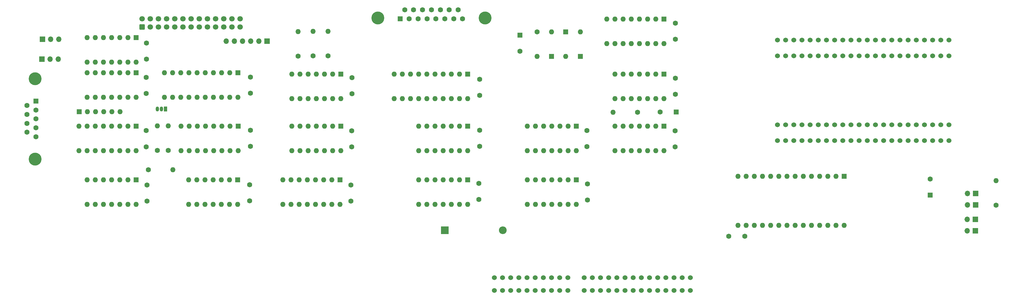
<source format=gbr>
%TF.GenerationSoftware,KiCad,Pcbnew,(6.0.11)*%
%TF.CreationDate,2023-09-06T20:25:10+01:00*%
%TF.ProjectId,001-Acorn_Electron_Plus1_V1_1_with_Joystick,3030312d-4163-46f7-926e-5f456c656374,rev?*%
%TF.SameCoordinates,Original*%
%TF.FileFunction,Soldermask,Top*%
%TF.FilePolarity,Negative*%
%FSLAX46Y46*%
G04 Gerber Fmt 4.6, Leading zero omitted, Abs format (unit mm)*
G04 Created by KiCad (PCBNEW (6.0.11)) date 2023-09-06 20:25:10*
%MOMM*%
%LPD*%
G01*
G04 APERTURE LIST*
G04 Aperture macros list*
%AMRoundRect*
0 Rectangle with rounded corners*
0 $1 Rounding radius*
0 $2 $3 $4 $5 $6 $7 $8 $9 X,Y pos of 4 corners*
0 Add a 4 corners polygon primitive as box body*
4,1,4,$2,$3,$4,$5,$6,$7,$8,$9,$2,$3,0*
0 Add four circle primitives for the rounded corners*
1,1,$1+$1,$2,$3*
1,1,$1+$1,$4,$5*
1,1,$1+$1,$6,$7*
1,1,$1+$1,$8,$9*
0 Add four rect primitives between the rounded corners*
20,1,$1+$1,$2,$3,$4,$5,0*
20,1,$1+$1,$4,$5,$6,$7,0*
20,1,$1+$1,$6,$7,$8,$9,0*
20,1,$1+$1,$8,$9,$2,$3,0*%
G04 Aperture macros list end*
%ADD10C,1.600000*%
%ADD11O,1.600000X1.600000*%
%ADD12R,1.600000X1.600000*%
%ADD13C,1.524000*%
%ADD14R,1.700000X1.700000*%
%ADD15O,1.700000X1.700000*%
%ADD16C,4.000000*%
%ADD17R,1.050000X1.500000*%
%ADD18O,1.050000X1.500000*%
%ADD19RoundRect,0.250000X0.600000X-0.600000X0.600000X0.600000X-0.600000X0.600000X-0.600000X-0.600000X0*%
%ADD20C,1.700000*%
%ADD21R,2.400000X2.400000*%
%ADD22O,2.400000X2.400000*%
G04 APERTURE END LIST*
D10*
%TO.C,R3*%
X147028150Y-127712658D03*
D11*
X147028150Y-120092658D03*
%TD*%
D12*
%TO.C,IC9*%
X228849000Y-149500000D03*
D11*
X226309000Y-149500000D03*
X223769000Y-149500000D03*
X221229000Y-149500000D03*
X218689000Y-149500000D03*
X216149000Y-149500000D03*
X213609000Y-149500000D03*
X213609000Y-157120000D03*
X216149000Y-157120000D03*
X218689000Y-157120000D03*
X221229000Y-157120000D03*
X223769000Y-157120000D03*
X226309000Y-157120000D03*
X228849000Y-157120000D03*
%TD*%
D10*
%TO.C,C7*%
X198524324Y-172322327D03*
X198524324Y-167322327D03*
%TD*%
D12*
%TO.C,C4*%
X338943863Y-170930276D03*
D10*
X338943863Y-165930276D03*
%TD*%
D13*
%TO.C,SK2*%
X344784000Y-149138000D03*
X342244000Y-149138000D03*
X339704000Y-149138000D03*
X337164000Y-149138000D03*
X334624000Y-149138000D03*
X332084000Y-149138000D03*
X329544000Y-149138000D03*
X327004000Y-149138000D03*
X324464000Y-149138000D03*
X321924000Y-149138000D03*
X319384000Y-149138000D03*
X316844000Y-149138000D03*
X314304000Y-149138000D03*
X311764000Y-149138000D03*
X309224000Y-149138000D03*
X306684000Y-149138000D03*
X304144000Y-149138000D03*
X301604000Y-149138000D03*
X299064000Y-149138000D03*
X296524000Y-149138000D03*
X293984000Y-149138000D03*
X291444000Y-149138000D03*
X344784000Y-153989400D03*
X342244000Y-153989400D03*
X339704000Y-153989400D03*
X337164000Y-153989400D03*
X334624000Y-153989400D03*
X332084000Y-153989400D03*
X329544000Y-153989400D03*
X327004000Y-153989400D03*
X324464000Y-153989400D03*
X321924000Y-153989400D03*
X319384000Y-153989400D03*
X316844000Y-153989400D03*
X314304000Y-153989400D03*
X311764000Y-153989400D03*
X309224000Y-153989400D03*
X306684000Y-153989400D03*
X304144000Y-153989400D03*
X301604000Y-153989400D03*
X299064000Y-153989400D03*
X296524000Y-153989400D03*
X293984000Y-153989400D03*
X291444000Y-153989400D03*
%TD*%
D14*
%TO.C,LK3*%
X353060000Y-170416594D03*
D15*
X350520000Y-170416594D03*
%TD*%
D14*
%TO.C,LK5*%
X62671871Y-128681409D03*
D15*
X65211871Y-128681409D03*
X67751871Y-128681409D03*
%TD*%
D10*
%TO.C,C10*%
X259650779Y-155934977D03*
X259650779Y-150934977D03*
%TD*%
%TO.C,R1*%
X101954254Y-157078714D03*
D11*
X101954254Y-149458714D03*
%TD*%
D12*
%TO.C,IC13*%
X123570000Y-166210000D03*
D11*
X121030000Y-166210000D03*
X118490000Y-166210000D03*
X115950000Y-166210000D03*
X113410000Y-166210000D03*
X110870000Y-166210000D03*
X108330000Y-166210000D03*
X108330000Y-173830000D03*
X110870000Y-173830000D03*
X113410000Y-173830000D03*
X115950000Y-173830000D03*
X118490000Y-173830000D03*
X121030000Y-173830000D03*
X123570000Y-173830000D03*
%TD*%
D12*
%TO.C,IC7*%
X91938100Y-166210000D03*
D11*
X89398100Y-166210000D03*
X86858100Y-166210000D03*
X84318100Y-166210000D03*
X81778100Y-166210000D03*
X79238100Y-166210000D03*
X76698100Y-166210000D03*
X76698100Y-173830000D03*
X79238100Y-173830000D03*
X81778100Y-173830000D03*
X84318100Y-173830000D03*
X86858100Y-173830000D03*
X89398100Y-173830000D03*
X91938100Y-173830000D03*
%TD*%
D10*
%TO.C,C23*%
X95208982Y-128658635D03*
X95208982Y-123658635D03*
%TD*%
%TO.C,R6*%
X151666856Y-127649639D03*
D11*
X151666856Y-120029639D03*
%TD*%
D12*
%TO.C,C6*%
X259923292Y-145153587D03*
D10*
X254923292Y-145153587D03*
%TD*%
D14*
%TO.C,LK4*%
X352992147Y-182042354D03*
D15*
X350452147Y-182042354D03*
%TD*%
D12*
%TO.C,IC6*%
X256165000Y-116250000D03*
D11*
X253625000Y-116250000D03*
X251085000Y-116250000D03*
X248545000Y-116250000D03*
X246005000Y-116250000D03*
X243465000Y-116250000D03*
X240925000Y-116250000D03*
X238385000Y-116250000D03*
X238385000Y-123870000D03*
X240925000Y-123870000D03*
X243465000Y-123870000D03*
X246005000Y-123870000D03*
X248545000Y-123870000D03*
X251085000Y-123870000D03*
X253625000Y-123870000D03*
X256165000Y-123870000D03*
%TD*%
D10*
%TO.C,R5*%
X216689981Y-120196242D03*
D11*
X216689981Y-127816242D03*
%TD*%
D12*
%TO.C,IC15*%
X155650000Y-133360000D03*
D11*
X153110000Y-133360000D03*
X150570000Y-133360000D03*
X148030000Y-133360000D03*
X145490000Y-133360000D03*
X142950000Y-133360000D03*
X140410000Y-133360000D03*
X140410000Y-140980000D03*
X142950000Y-140980000D03*
X145490000Y-140980000D03*
X148030000Y-140980000D03*
X150570000Y-140980000D03*
X153110000Y-140980000D03*
X155650000Y-140980000D03*
%TD*%
D12*
%TO.C,IC2*%
X256165000Y-149500000D03*
D11*
X253625000Y-149500000D03*
X251085000Y-149500000D03*
X248545000Y-149500000D03*
X246005000Y-149500000D03*
X243465000Y-149500000D03*
X240925000Y-149500000D03*
X240925000Y-157120000D03*
X243465000Y-157120000D03*
X246005000Y-157120000D03*
X248545000Y-157120000D03*
X251085000Y-157120000D03*
X253625000Y-157120000D03*
X256165000Y-157120000D03*
%TD*%
D14*
%TO.C,LK1*%
X353060000Y-174012369D03*
D15*
X350520000Y-174012369D03*
%TD*%
D12*
%TO.C,IC11*%
X195075537Y-133360000D03*
D11*
X192535537Y-133360000D03*
X189995537Y-133360000D03*
X187455537Y-133360000D03*
X184915537Y-133360000D03*
X182375537Y-133360000D03*
X179835537Y-133360000D03*
X177295537Y-133360000D03*
X174755537Y-133360000D03*
X172215537Y-133360000D03*
X172215537Y-140980000D03*
X174755537Y-140980000D03*
X177295537Y-140980000D03*
X179835537Y-140980000D03*
X182375537Y-140980000D03*
X184915537Y-140980000D03*
X187455537Y-140980000D03*
X189995537Y-140980000D03*
X192535537Y-140980000D03*
X195075537Y-140980000D03*
%TD*%
D10*
%TO.C,C1*%
X95373014Y-172824680D03*
X95373014Y-167824680D03*
%TD*%
D12*
%TO.C,IC19*%
X91938100Y-132890000D03*
D11*
X89398100Y-132890000D03*
X86858100Y-132890000D03*
X84318100Y-132890000D03*
X81778100Y-132890000D03*
X79238100Y-132890000D03*
X76698100Y-132890000D03*
X76698100Y-140510000D03*
X79238100Y-140510000D03*
X81778100Y-140510000D03*
X84318100Y-140510000D03*
X86858100Y-140510000D03*
X89398100Y-140510000D03*
X91938100Y-140510000D03*
%TD*%
D14*
%TO.C,LK2*%
X352989952Y-178448715D03*
D15*
X350449952Y-178448715D03*
%TD*%
D10*
%TO.C,C21*%
X127264699Y-172695233D03*
X127264699Y-167695233D03*
%TD*%
D12*
%TO.C,IC14*%
X312205600Y-165095000D03*
D11*
X309665600Y-165095000D03*
X307125600Y-165095000D03*
X304585600Y-165095000D03*
X302045600Y-165095000D03*
X299505600Y-165095000D03*
X296965600Y-165095000D03*
X294425600Y-165095000D03*
X291885600Y-165095000D03*
X289345600Y-165095000D03*
X286805600Y-165095000D03*
X284265600Y-165095000D03*
X281725600Y-165095000D03*
X279185600Y-165095000D03*
X279185600Y-180335000D03*
X281725600Y-180335000D03*
X284265600Y-180335000D03*
X286805600Y-180335000D03*
X289345600Y-180335000D03*
X291885600Y-180335000D03*
X294425600Y-180335000D03*
X296965600Y-180335000D03*
X299505600Y-180335000D03*
X302045600Y-180335000D03*
X304585600Y-180335000D03*
X307125600Y-180335000D03*
X309665600Y-180335000D03*
X312205600Y-180335000D03*
%TD*%
D12*
%TO.C,IC18*%
X91938100Y-149505745D03*
D11*
X89398100Y-149505745D03*
X86858100Y-149505745D03*
X84318100Y-149505745D03*
X81778100Y-149505745D03*
X79238100Y-149505745D03*
X76698100Y-149505745D03*
X74158100Y-149505745D03*
X74158100Y-157125745D03*
X76698100Y-157125745D03*
X79238100Y-157125745D03*
X81778100Y-157125745D03*
X84318100Y-157125745D03*
X86858100Y-157125745D03*
X89398100Y-157125745D03*
X91938100Y-157125745D03*
%TD*%
D12*
%TO.C,IC10*%
X155650000Y-149500000D03*
D11*
X153110000Y-149500000D03*
X150570000Y-149500000D03*
X148030000Y-149500000D03*
X145490000Y-149500000D03*
X142950000Y-149500000D03*
X140410000Y-149500000D03*
X140410000Y-157120000D03*
X142950000Y-157120000D03*
X145490000Y-157120000D03*
X148030000Y-157120000D03*
X150570000Y-157120000D03*
X153110000Y-157120000D03*
X155650000Y-157120000D03*
%TD*%
D12*
%TO.C,IC3*%
X155368900Y-166210000D03*
D11*
X152828900Y-166210000D03*
X150288900Y-166210000D03*
X147748900Y-166210000D03*
X145208900Y-166210000D03*
X142668900Y-166210000D03*
X140128900Y-166210000D03*
X137588900Y-166210000D03*
X137588900Y-173830000D03*
X140128900Y-173830000D03*
X142668900Y-173830000D03*
X145208900Y-173830000D03*
X147748900Y-173830000D03*
X150288900Y-173830000D03*
X152828900Y-173830000D03*
X155368900Y-173830000D03*
%TD*%
D13*
%TO.C,PL1*%
X264374070Y-200556891D03*
X264374070Y-196556891D03*
X261834070Y-200556891D03*
X261834070Y-196556891D03*
X259294070Y-200556891D03*
X259294070Y-196556891D03*
X256754070Y-200556891D03*
X256754070Y-196556891D03*
X254214070Y-200556891D03*
X254214070Y-196556891D03*
X251674070Y-200556891D03*
X251674070Y-196556891D03*
X249134070Y-200556891D03*
X249134070Y-196556891D03*
X246594070Y-200556891D03*
X246594070Y-196556891D03*
X244054070Y-200556891D03*
X244054070Y-196556891D03*
X241514070Y-200556891D03*
X241514070Y-196556891D03*
X238974070Y-200556891D03*
X238974070Y-196556891D03*
X236434070Y-200556891D03*
X236434070Y-196556891D03*
X233894070Y-200556891D03*
X233894070Y-196556891D03*
X231354070Y-200556891D03*
X231354070Y-196556891D03*
X226274070Y-200556891D03*
X226274070Y-196556891D03*
X223734070Y-200556891D03*
X223734070Y-196556891D03*
X221194070Y-200556891D03*
X221194070Y-196556891D03*
X218654070Y-200556891D03*
X218654070Y-196556891D03*
X216114070Y-200556891D03*
X216114070Y-196556891D03*
X213574070Y-200556891D03*
X213574070Y-196556891D03*
X211034070Y-200556891D03*
X211034070Y-196556891D03*
X208494070Y-200556891D03*
X208494070Y-196556891D03*
X205954070Y-200556891D03*
X205954070Y-196556891D03*
X203414070Y-200556891D03*
X203414070Y-196556891D03*
%TD*%
D10*
%TO.C,C8*%
X232314072Y-172452667D03*
X232314072Y-167452667D03*
%TD*%
%TO.C,C22*%
X95113970Y-155917560D03*
X95113970Y-150917560D03*
%TD*%
D14*
%TO.C,LK7*%
X132702003Y-123129532D03*
D15*
X130162003Y-123129532D03*
X127622003Y-123129532D03*
X125082003Y-123129532D03*
X122542003Y-123129532D03*
X120002003Y-123129532D03*
%TD*%
D10*
%TO.C,C2*%
X259730107Y-122531758D03*
X259730107Y-117531758D03*
%TD*%
%TO.C,C14*%
X281254252Y-183710447D03*
X276254252Y-183710447D03*
%TD*%
%TO.C,C17*%
X232218715Y-155856421D03*
X232218715Y-150856421D03*
%TD*%
D12*
%TO.C,D1*%
X221209600Y-127816242D03*
D11*
X221209600Y-120196242D03*
%TD*%
D12*
%TO.C,D2*%
X225568115Y-120196242D03*
D11*
X225568115Y-127816242D03*
%TD*%
D16*
%TO.C,SK6*%
X60552586Y-159766879D03*
X60552586Y-134766879D03*
D12*
X60852586Y-141726879D03*
D10*
X60852586Y-144496879D03*
X60852586Y-147266879D03*
X60852586Y-150036879D03*
X60852586Y-152806879D03*
X58012586Y-143111879D03*
X58012586Y-145881879D03*
X58012586Y-148651879D03*
X58012586Y-151421879D03*
%TD*%
D13*
%TO.C,SK1*%
X344784000Y-122789300D03*
X342244000Y-122789300D03*
X339704000Y-122789300D03*
X337164000Y-122789300D03*
X334624000Y-122789300D03*
X332084000Y-122789300D03*
X329544000Y-122789300D03*
X327004000Y-122789300D03*
X324464000Y-122789300D03*
X321924000Y-122789300D03*
X319384000Y-122789300D03*
X316844000Y-122789300D03*
X314304000Y-122789300D03*
X311764000Y-122789300D03*
X309224000Y-122789300D03*
X306684000Y-122789300D03*
X304144000Y-122789300D03*
X301604000Y-122789300D03*
X299064000Y-122789300D03*
X296524000Y-122789300D03*
X293984000Y-122789300D03*
X291444000Y-122789300D03*
X344784000Y-127640700D03*
X342244000Y-127640700D03*
X339704000Y-127640700D03*
X337164000Y-127640700D03*
X334624000Y-127640700D03*
X332084000Y-127640700D03*
X329544000Y-127640700D03*
X327004000Y-127640700D03*
X324464000Y-127640700D03*
X321924000Y-127640700D03*
X319384000Y-127640700D03*
X316844000Y-127640700D03*
X314304000Y-127640700D03*
X311764000Y-127640700D03*
X309224000Y-127640700D03*
X306684000Y-127640700D03*
X304144000Y-127640700D03*
X301604000Y-127640700D03*
X299064000Y-127640700D03*
X296524000Y-127640700D03*
X293984000Y-127640700D03*
X291444000Y-127640700D03*
%TD*%
D17*
%TO.C,Q1*%
X101102342Y-144171831D03*
D18*
X99832342Y-144171831D03*
X98562342Y-144171831D03*
%TD*%
D12*
%TO.C,IC5*%
X195075537Y-166210000D03*
D11*
X192535537Y-166210000D03*
X189995537Y-166210000D03*
X187455537Y-166210000D03*
X184915537Y-166210000D03*
X182375537Y-166210000D03*
X179835537Y-166210000D03*
X179835537Y-173830000D03*
X182375537Y-173830000D03*
X184915537Y-173830000D03*
X187455537Y-173830000D03*
X189995537Y-173830000D03*
X192535537Y-173830000D03*
X195075537Y-173830000D03*
%TD*%
D10*
%TO.C,C24*%
X95105358Y-139372066D03*
X95105358Y-134372066D03*
%TD*%
%TO.C,C13*%
X198785989Y-155767660D03*
X198785989Y-150767660D03*
%TD*%
%TO.C,R9*%
X247944599Y-145239187D03*
D11*
X240324599Y-145239187D03*
%TD*%
D12*
%TO.C,IC4*%
X256165000Y-133360000D03*
D11*
X253625000Y-133360000D03*
X251085000Y-133360000D03*
X248545000Y-133360000D03*
X246005000Y-133360000D03*
X243465000Y-133360000D03*
X240925000Y-133360000D03*
X240925000Y-140980000D03*
X243465000Y-140980000D03*
X246005000Y-140980000D03*
X248545000Y-140980000D03*
X251085000Y-140980000D03*
X253625000Y-140980000D03*
X256165000Y-140980000D03*
%TD*%
D10*
%TO.C,C9*%
X259700057Y-139636628D03*
X259700057Y-134636628D03*
%TD*%
%TO.C,R4*%
X359467800Y-174039801D03*
D11*
X359467800Y-166419801D03*
%TD*%
D10*
%TO.C,C11*%
X198839538Y-139960351D03*
X198839538Y-134960351D03*
%TD*%
D12*
%TO.C,D3*%
X230113424Y-127816242D03*
D11*
X230113424Y-120196242D03*
%TD*%
D12*
%TO.C,IC17*%
X91978140Y-122045909D03*
D11*
X89438140Y-122045909D03*
X86898140Y-122045909D03*
X84358140Y-122045909D03*
X81818140Y-122045909D03*
X79278140Y-122045909D03*
X76738140Y-122045909D03*
X76738140Y-129665909D03*
X79278140Y-129665909D03*
X81818140Y-129665909D03*
X84358140Y-129665909D03*
X86898140Y-129665909D03*
X89438140Y-129665909D03*
X91978140Y-129665909D03*
%TD*%
D14*
%TO.C,LK6*%
X62861369Y-122543399D03*
D15*
X65401369Y-122543399D03*
X67941369Y-122543399D03*
%TD*%
D12*
%TO.C,IC1*%
X228849000Y-166210000D03*
D11*
X226309000Y-166210000D03*
X223769000Y-166210000D03*
X221229000Y-166210000D03*
X218689000Y-166210000D03*
X216149000Y-166210000D03*
X213609000Y-166210000D03*
X213609000Y-173830000D03*
X216149000Y-173830000D03*
X218689000Y-173830000D03*
X221229000Y-173830000D03*
X223769000Y-173830000D03*
X226309000Y-173830000D03*
X228849000Y-173830000D03*
%TD*%
D10*
%TO.C,C19*%
X159061467Y-155961376D03*
X159061467Y-150961376D03*
%TD*%
%TO.C,R7*%
X95796182Y-163092013D03*
D11*
X103416182Y-163092013D03*
%TD*%
D10*
%TO.C,C20*%
X159092889Y-139433394D03*
X159092889Y-134433394D03*
%TD*%
D12*
%TO.C,IC16*%
X123600000Y-132890000D03*
D11*
X121060000Y-132890000D03*
X118520000Y-132890000D03*
X115980000Y-132890000D03*
X113440000Y-132890000D03*
X110900000Y-132890000D03*
X108360000Y-132890000D03*
X105820000Y-132890000D03*
X103280000Y-132890000D03*
X100740000Y-132890000D03*
X100740000Y-140510000D03*
X103280000Y-140510000D03*
X105820000Y-140510000D03*
X108360000Y-140510000D03*
X110900000Y-140510000D03*
X113440000Y-140510000D03*
X115980000Y-140510000D03*
X118520000Y-140510000D03*
X121060000Y-140510000D03*
X123600000Y-140510000D03*
%TD*%
D12*
%TO.C,IC12*%
X123680000Y-149500000D03*
D11*
X121140000Y-149500000D03*
X118600000Y-149500000D03*
X116060000Y-149500000D03*
X113520000Y-149500000D03*
X110980000Y-149500000D03*
X108440000Y-149500000D03*
X105900000Y-149500000D03*
X105900000Y-157120000D03*
X108440000Y-157120000D03*
X110980000Y-157120000D03*
X113520000Y-157120000D03*
X116060000Y-157120000D03*
X118600000Y-157120000D03*
X121140000Y-157120000D03*
X123680000Y-157120000D03*
%TD*%
D10*
%TO.C,R2*%
X142336092Y-127729458D03*
D11*
X142336092Y-120109458D03*
%TD*%
D10*
%TO.C,C16*%
X127500000Y-139274238D03*
X127500000Y-134274238D03*
%TD*%
D12*
%TO.C,IC8*%
X195075537Y-149500000D03*
D11*
X192535537Y-149500000D03*
X189995537Y-149500000D03*
X187455537Y-149500000D03*
X184915537Y-149500000D03*
X182375537Y-149500000D03*
X179835537Y-149500000D03*
X179835537Y-157120000D03*
X182375537Y-157120000D03*
X184915537Y-157120000D03*
X187455537Y-157120000D03*
X189995537Y-157120000D03*
X192535537Y-157120000D03*
X195075537Y-157120000D03*
%TD*%
D12*
%TO.C,RN1*%
X74263046Y-145014981D03*
D11*
X76803046Y-145014981D03*
X79343046Y-145014981D03*
X81883046Y-145014981D03*
X84423046Y-145014981D03*
X86963046Y-145014981D03*
%TD*%
D16*
%TO.C,SK4*%
X167173708Y-115900000D03*
X200473708Y-115900000D03*
D12*
X174128708Y-116200000D03*
D10*
X176898708Y-116200000D03*
X179668708Y-116200000D03*
X182438708Y-116200000D03*
X185208708Y-116200000D03*
X187978708Y-116200000D03*
X190748708Y-116200000D03*
X193518708Y-116200000D03*
X175513708Y-113360000D03*
X178283708Y-113360000D03*
X181053708Y-113360000D03*
X183823708Y-113360000D03*
X186593708Y-113360000D03*
X189363708Y-113360000D03*
X192133708Y-113360000D03*
%TD*%
D19*
%TO.C,J1*%
X93840000Y-118705800D03*
D20*
X93840000Y-116165800D03*
X96380000Y-118705800D03*
X96380000Y-116165800D03*
X98920000Y-118705800D03*
X98920000Y-116165800D03*
X101460000Y-118705800D03*
X101460000Y-116165800D03*
X104000000Y-118705800D03*
X104000000Y-116165800D03*
X106540000Y-118705800D03*
X106540000Y-116165800D03*
X109080000Y-118705800D03*
X109080000Y-116165800D03*
X111620000Y-118705800D03*
X111620000Y-116165800D03*
X114160000Y-118705800D03*
X114160000Y-116165800D03*
X116700000Y-118705800D03*
X116700000Y-116165800D03*
X119240000Y-118705800D03*
X119240000Y-116165800D03*
X121780000Y-118705800D03*
X121780000Y-116165800D03*
X124320000Y-118705800D03*
X124320000Y-116165800D03*
%TD*%
D10*
%TO.C,C12*%
X127500000Y-155804806D03*
X127500000Y-150804806D03*
%TD*%
D12*
%TO.C,C5*%
X211332080Y-121211408D03*
D10*
X211332080Y-126211408D03*
%TD*%
D21*
%TO.C,C3*%
X187972786Y-181896677D03*
D22*
X205972786Y-181896677D03*
%TD*%
D10*
%TO.C,R8*%
X98572877Y-157070253D03*
D11*
X98572877Y-149450253D03*
%TD*%
D10*
%TO.C,C18*%
X158762958Y-172823188D03*
X158762958Y-167823188D03*
%TD*%
M02*

</source>
